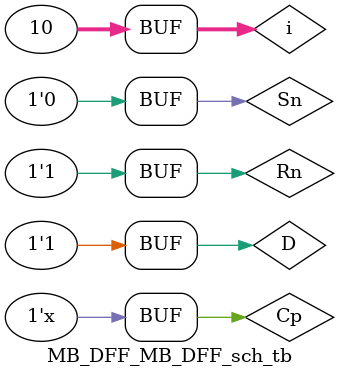
<source format=v>

`timescale 1ns / 1ps

module MB_DFF_MB_DFF_sch_tb();

// Inputs
   reg Sn;
   reg Rn;
   reg D;
   reg Cp;

// Output
   wire Q;
   wire Qn;

// Bidirs

// Instantiate the UUT
   MB_DFF UUT (
		.Sn(Sn), 
		.Rn(Rn), 
		.Q(Q), 
		.Qn(Qn), 
		.D(D), 
		.Cp(Cp)
   );
// Initialize Inputs
   //`ifdef auto_init
	integer i ;
   initial begin
		Sn = 1;	//¹¦ÄÜ²âÊÔÊäÈë(RnSn=11)
		Rn = 1;		
		D = 0;
		Cp = 0;
	
		D = 0; // 
		#100;
		D = 1; // 
		#100;
		
		Sn = 1;	//Òì²½³õÊ¼»¯ÉèÖÃ:RnSn=01
		Rn = 0;		
	
		D = 0; // 
		#100;
		D = 1; // 
		#100;
		
		Sn = 0;//Òì²½³õÊ¼»¯ÉèÖÃ:RnSn=10 
		Rn = 1;		
	
		D = 0; 
		#100;
		D = 1; // 
		#100;
	end
	
	always @ * //pulse,Square wave 
		for (i=0;i<10;i=i+1)begin
			#50;
			Cp <= ~Cp;
		end
   //`endif
endmodule

</source>
